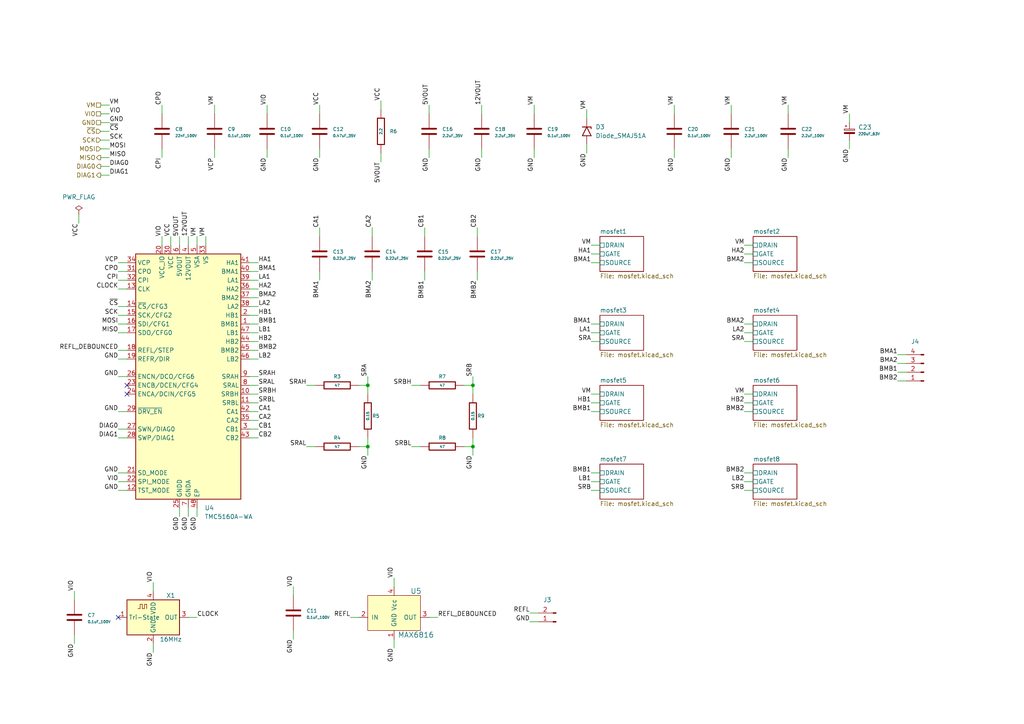
<source format=kicad_sch>
(kicad_sch (version 20230121) (generator eeschema)
  (paper "A4")
  (title_block (title "stepper-controller") (date "2024-04-16") (rev "1.0") (company "Howard Hughes Medical Institute"))
  (lib_symbols
    (symbol "Janelia:CP_220uF_63V_12.5x14.1MM" (pin_numbers hide) (pin_names (offset 0.254) hide)
      (property "Reference" "C" (at 0.254 1.778 0))
      (property "Value" "220uF_63V" (at 0 0 0))
      (symbol "CP_220uF_63V_12.5x14.1MM_0_1"
        (rectangle (start -1.524 -0.3048) (end 1.524 -0.6858) (fill (type outline)))
        (rectangle (start -1.524 0.6858) (end 1.524 0.3048))
        (polyline (pts (xy -1.27 1.524) (xy -0.762 1.524)))
        (polyline (pts (xy -1.016 1.27) (xy -1.016 1.778)))
      )
      (symbol "CP_220uF_63V_12.5x14.1MM_1_1"
        (pin passive line (at 0 2.54 270) (length 1.8542) (name "~") (number "1"))
        (pin passive line (at 0 -2.54 90) (length 1.8542) (name "~") (number "2"))
      )
    )
    (symbol "Janelia:C_0.1uF_100V_0402" (pin_numbers hide) (pin_names (offset 0.254))
      (property "Reference" "C" (at 0 2.54 0))
      (property "Value" "0.1uF_100V" (at 0 0 0))
      (symbol "C_0.1uF_100V_0402_0_1"
        (polyline (pts (xy -2.032 -0.762) (xy 2.032 -0.762)) (stroke (width 0.508)))
        (polyline (pts (xy -2.032 0.762) (xy 2.032 0.762)) (stroke (width 0.508)))
      )
      (symbol "C_0.1uF_100V_0402_1_1"
        (pin passive line (at 0 5.08 270) (length 4.318) (name "~") (number "1"))
        (pin passive line (at 0 -5.08 90) (length 4.318) (name "~") (number "2"))
      )
    )
    (symbol "Janelia:C_0.22uF_25V_0402" (pin_numbers hide) (pin_names (offset 0.254))
      (property "Reference" "C" (at 0 2.54 0))
      (property "Value" "0.22uF_25V" (at 0 0 0))
      (symbol "C_0.22uF_25V_0402_0_1"
        (polyline (pts (xy -2.032 -0.762) (xy 2.032 -0.762)) (stroke (width 0.508)))
        (polyline (pts (xy -2.032 0.762) (xy 2.032 0.762)) (stroke (width 0.508)))
      )
      (symbol "C_0.22uF_25V_0402_1_1"
        (pin passive line (at 0 5.08 270) (length 4.318) (name "~") (number "1"))
        (pin passive line (at 0 -5.08 90) (length 4.318) (name "~") (number "2"))
      )
    )
    (symbol "Janelia:C_0.47uF_35V_0402" (pin_numbers hide) (pin_names (offset 0.254))
      (property "Reference" "C" (at 0 2.54 0))
      (property "Value" "0.47uF_35V" (at 0 0 0))
      (symbol "C_0.47uF_35V_0402_0_1"
        (polyline (pts (xy -2.032 -0.762) (xy 2.032 -0.762)) (stroke (width 0.508)))
        (polyline (pts (xy -2.032 0.762) (xy 2.032 0.762)) (stroke (width 0.508)))
      )
      (symbol "C_0.47uF_35V_0402_1_1"
        (pin passive line (at 0 5.08 270) (length 4.318) (name "~") (number "1"))
        (pin passive line (at 0 -5.08 90) (length 4.318) (name "~") (number "2"))
      )
    )
    (symbol "Janelia:C_2.2uF_100V_0805" (pin_numbers hide) (pin_names (offset 0.254))
      (property "Reference" "C" (at 0 2.54 0))
      (property "Value" "2.2uF_100V" (at 0 0 0))
      (symbol "C_2.2uF_100V_0805_0_1"
        (polyline (pts (xy -2.032 -0.762) (xy 2.032 -0.762)) (stroke (width 0.508)))
        (polyline (pts (xy -2.032 0.762) (xy 2.032 0.762)) (stroke (width 0.508)))
      )
      (symbol "C_2.2uF_100V_0805_1_1"
        (pin passive line (at 0 5.08 270) (length 4.318) (name "~") (number "1"))
        (pin passive line (at 0 -5.08 90) (length 4.318) (name "~") (number "2"))
      )
    )
    (symbol "Janelia:C_2.2uF_35V_0402" (pin_numbers hide) (pin_names (offset 0.254))
      (property "Reference" "C" (at 0 2.54 0))
      (property "Value" "2.2uF_35V" (at 0 0 0))
      (symbol "C_2.2uF_35V_0402_0_1"
        (polyline (pts (xy -2.032 -0.762) (xy 2.032 -0.762)) (stroke (width 0.508)))
        (polyline (pts (xy -2.032 0.762) (xy 2.032 0.762)) (stroke (width 0.508)))
      )
      (symbol "C_2.2uF_35V_0402_1_1"
        (pin passive line (at 0 5.08 270) (length 4.318) (name "~") (number "1"))
        (pin passive line (at 0 -5.08 90) (length 4.318) (name "~") (number "2"))
      )
    )
    (symbol "Janelia:C_22nF_100V_0603" (pin_numbers hide) (pin_names (offset 0.254))
      (property "Reference" "C" (at 0 2.54 0))
      (property "Value" "22nF_100V" (at 0 0 0))
      (symbol "C_22nF_100V_0603_0_1"
        (polyline (pts (xy -2.032 -0.762) (xy 2.032 -0.762)) (stroke (width 0.508)))
        (polyline (pts (xy -2.032 0.762) (xy 2.032 0.762)) (stroke (width 0.508)))
      )
      (symbol "C_22nF_100V_0603_1_1"
        (pin passive line (at 0 5.08 270) (length 4.318) (name "~") (number "1"))
        (pin passive line (at 0 -5.08 90) (length 4.318) (name "~") (number "2"))
      )
    )
    (symbol "Janelia:Conn_01x02_P1MM_Molex_Pico-Clasp-501330_Horizontal" (pin_names (offset 1.016) hide)
      (property "Reference" "J" (at 2.54 2.54 0))
      (property "Value" "Conn_01x02_P1.5MM_Molex_Pico-SPOX_Horizontal" (at -1.27 -1.27 90))
      (symbol "Conn_01x02_P1MM_Molex_Pico-Clasp-501330_Horizontal_1_1"
        (polyline (pts (xy 1.27 -2.54) (xy 0.8636 -2.54)) (stroke (width 0.1524)))
        (polyline (pts (xy 1.27 0) (xy 0.8636 0)) (stroke (width 0.1524)))
        (rectangle (start 0.8636 -2.413) (end 0 -2.667) (stroke (width 0.1524)) (fill (type outline)))
        (rectangle (start 0.8636 0.127) (end 0 -0.127) (stroke (width 0.1524)) (fill (type outline)))
        (pin passive line (at 5.08 0 180) (length 3.81) (name "Pin_1") (number "1"))
        (pin passive line (at 5.08 -2.54 180) (length 3.81) (name "Pin_2") (number "2"))
      )
    )
    (symbol "Janelia:Conn_01x04_P1.5MM_Molex_Pico-SPOX-87438_Horizontal" (pin_names (offset 1.016) hide)
      (property "Reference" "J" (at 2.54 6.35 0))
      (property "Value" "Conn_01x04_P1.5MM_Molex_Pico-SPOX-87438_Horizontal" (at -1.27 -1.27 90))
      (symbol "Conn_01x04_P1.5MM_Molex_Pico-SPOX-87438_Horizontal_1_1"
        (polyline (pts (xy 1.27 -5.08) (xy 0.8636 -5.08)) (stroke (width 0.1524)))
        (polyline (pts (xy 1.27 -2.54) (xy 0.8636 -2.54)) (stroke (width 0.1524)))
        (polyline (pts (xy 1.27 0) (xy 0.8636 0)) (stroke (width 0.1524)))
        (polyline (pts (xy 1.27 2.54) (xy 0.8636 2.54)) (stroke (width 0.1524)))
        (rectangle (start 0.8636 -4.953) (end 0 -5.207) (stroke (width 0.1524)) (fill (type outline)))
        (rectangle (start 0.8636 -2.413) (end 0 -2.667) (stroke (width 0.1524)) (fill (type outline)))
        (rectangle (start 0.8636 0.127) (end 0 -0.127) (stroke (width 0.1524)) (fill (type outline)))
        (rectangle (start 0.8636 2.667) (end 0 2.413) (stroke (width 0.1524)) (fill (type outline)))
        (pin passive line (at 5.08 2.54 180) (length 3.81) (name "Pin_1") (number "1"))
        (pin passive line (at 5.08 0 180) (length 3.81) (name "Pin_2") (number "2"))
        (pin passive line (at 5.08 -2.54 180) (length 3.81) (name "Pin_3") (number "3"))
        (pin passive line (at 5.08 -5.08 180) (length 3.81) (name "Pin_4") (number "4"))
      )
    )
    (symbol "Janelia:Diode_SMAJ51A" (pin_numbers hide) (pin_names (offset 1.016) hide)
      (property "Reference" "D" (at 0 2.54 0))
      (property "Value" "Diode_SMAJ51A" (at 0 -2.54 0))
      (symbol "Diode_SMAJ51A_0_1"
        (polyline (pts (xy -0.762 1.27) (xy -1.27 1.27) (xy -1.27 -1.27)) (stroke (width 0.254)))
        (polyline (pts (xy 1.27 1.27) (xy 1.27 -1.27) (xy -1.27 0) (xy 1.27 1.27)) (stroke (width 0.254)))
      )
      (symbol "Diode_SMAJ51A_1_1"
        (pin passive line (at -3.81 0 0) (length 2.54) (name "A1") (number "1"))
        (pin passive line (at 3.81 0 180) (length 2.54) (name "A2") (number "2"))
      )
    )
    (symbol "Janelia:MAX6816" (pin_names (offset 1.016))
      (property "Reference" "U" (at 5.08 -6.35 0))
      (property "Value" "MAX6816" (at 5.08 6.35 0))
      (symbol "MAX6816_1_1"
        (rectangle (start -7.62 5.08) (end 7.62 -5.08) (fill (type background)))
        (pin power_in line (at 0 -7.62 90) (length 2.54) (name "GND") (number "1"))
        (pin passive line (at -10.16 -1.27 0) (length 2.54) (name "IN") (number "2"))
        (pin output line (at 10.16 -1.27 180) (length 2.54) (name "OUT") (number "3"))
        (pin power_in line (at 0 7.62 270) (length 2.54) (name "Vcc") (number "4"))
      )
    )
    (symbol "Janelia:Oscillator_16MHz_ECS-2520S33"
      (property "Reference" "X" (at -5.08 6.35 0))
      (property "Value" "16MHz" (at 1.27 -6.35 0))
      (symbol "Oscillator_16MHz_ECS-2520S33_0_1"
        (rectangle (start -7.62 5.08) (end 7.62 -5.08) (stroke (width 0.254)) (fill (type background)))
        (polyline (pts (xy -4.445 2.54) (xy -3.81 2.54) (xy -3.81 3.81) (xy -3.175 3.81) (xy -3.175 2.54) (xy -2.54 2.54) (xy -2.54 3.81) (xy -1.905 3.81) (xy -1.905 2.54)))
      )
      (symbol "Oscillator_16MHz_ECS-2520S33_1_1"
        (pin input line (at -10.16 0 0) (length 2.54) (name "Tri-State") (number "1"))
        (pin power_in line (at 0 -7.62 90) (length 2.54) (name "GND") (number "2"))
        (pin output line (at 10.16 0 180) (length 2.54) (name "OUT") (number "3"))
        (pin power_in line (at 0 7.62 270) (length 2.54) (name "VDD") (number "4"))
      )
    )
    (symbol "Janelia:R_0.15_1W_1206_CS" (pin_numbers hide) (pin_names (offset 0))
      (property "Reference" "R" (at 2.032 0 90))
      (property "Value" "0.15" (at 0 0 90))
      (symbol "R_0.15_1W_1206_CS_0_1"
        (rectangle (start -1.016 3.81) (end 1.016 -3.81) (stroke (width 0.3048)))
      )
      (symbol "R_0.15_1W_1206_CS_1_1"
        (pin passive line (at 0 6.35 270) (length 2.54) (name "~") (number "1"))
        (pin passive line (at 0 -6.35 90) (length 2.54) (name "~") (number "2"))
      )
    )
    (symbol "Janelia:R_2.2_0402" (pin_numbers hide) (pin_names (offset 0))
      (property "Reference" "R" (at 2.032 0 90))
      (property "Value" "2.2" (at 0 0 90))
      (symbol "R_2.2_0402_0_1"
        (rectangle (start -1.016 3.81) (end 1.016 -3.81) (stroke (width 0.3048)))
      )
      (symbol "R_2.2_0402_1_1"
        (pin passive line (at 0 6.35 270) (length 2.54) (name "~") (number "1"))
        (pin passive line (at 0 -6.35 90) (length 2.54) (name "~") (number "2"))
      )
    )
    (symbol "Janelia:R_47_0.063W_0402" (pin_numbers hide) (pin_names (offset 0))
      (property "Reference" "R" (at 2.032 0 90))
      (property "Value" "47" (at 0 0 90))
      (symbol "R_47_0.063W_0402_0_1"
        (rectangle (start -1.016 3.81) (end 1.016 -3.81) (stroke (width 0.3048)))
      )
      (symbol "R_47_0.063W_0402_1_1"
        (pin passive line (at 0 6.35 270) (length 2.54) (name "~") (number "1"))
        (pin passive line (at 0 -6.35 90) (length 2.54) (name "~") (number "2"))
      )
    )
    (symbol "Janelia:TMC5160A-WA"
      (property "Reference" "U" (at -11.43 38.1 0))
      (property "Value" "TMC5160A-WA" (at 10.16 38.1 0))
      (symbol "TMC5160A-WA_1_0"
        (rectangle (start -15.24 -35.56) (end 15.24 35.56) (stroke (width 0.254)) (fill (type background)))
      )
      (symbol "TMC5160A-WA_1_1"
        (pin passive line (at 17.78 15.24 180) (length 2.54) (name "BMB1") (number "1"))
        (pin passive line (at 17.78 -5.08 180) (length 2.54) (name "SRBH") (number "10"))
        (pin passive line (at 17.78 -7.62 180) (length 2.54) (name "SRBL") (number "11"))
        (pin input line (at -17.78 -33.02 0) (length 2.54) (name "TST_MODE") (number "12"))
        (pin input line (at -17.78 25.4 0) (length 2.54) (name "CLK") (number "13"))
        (pin input line (at -17.78 20.32 0) (length 2.54) (name "~{CS}/CFG3") (number "14"))
        (pin input line (at -17.78 17.78 0) (length 2.54) (name "SCK/CFG2") (number "15"))
        (pin input line (at -17.78 15.24 0) (length 2.54) (name "SDI/CFG1") (number "16"))
        (pin bidirectional line (at -17.78 12.7 0) (length 2.54) (name "SDO/CFG0") (number "17"))
        (pin input line (at -17.78 7.62 0) (length 2.54) (name "REFL/STEP") (number "18"))
        (pin input line (at -17.78 5.08 0) (length 2.54) (name "REFR/DIR") (number "19"))
        (pin output line (at 17.78 17.78 180) (length 2.54) (name "HB1") (number "2"))
        (pin power_in line (at -7.62 38.1 270) (length 2.54) (name "VCC_IO") (number "20"))
        (pin input line (at -17.78 -27.94 0) (length 2.54) (name "SD_MODE") (number "21"))
        (pin input line (at -17.78 -30.48 0) (length 2.54) (name "SPI_MODE") (number "22"))
        (pin input line (at -17.78 -2.54 0) (length 2.54) (name "ENCB/DCEN/CFG4") (number "23"))
        (pin input line (at -17.78 -5.08 0) (length 2.54) (name "ENCA/DCIN/CFG5") (number "24"))
        (pin power_in line (at -2.54 -38.1 90) (length 2.54) (name "GNDD") (number "25"))
        (pin bidirectional line (at -17.78 0 0) (length 2.54) (name "ENCN/DCO/CFG6") (number "26"))
        (pin bidirectional line (at -17.78 -15.24 0) (length 2.54) (name "SWN/DIAG0") (number "27"))
        (pin bidirectional line (at -17.78 -17.78 0) (length 2.54) (name "SWP/DIAG1") (number "28"))
        (pin input line (at -17.78 -10.16 0) (length 2.54) (name "~{DRV_EN}") (number "29"))
        (pin passive line (at 17.78 -15.24 180) (length 2.54) (name "CB1") (number "3"))
        (pin power_in line (at -5.08 38.1 270) (length 2.54) (name "VCC") (number "30"))
        (pin passive line (at -17.78 30.48 0) (length 2.54) (name "CPO") (number "31"))
        (pin passive line (at -17.78 27.94 0) (length 2.54) (name "CPI") (number "32"))
        (pin power_in line (at 5.08 38.1 270) (length 2.54) (name "VS") (number "33"))
        (pin passive line (at -17.78 33.02 0) (length 2.54) (name "VCP") (number "34"))
        (pin passive line (at 17.78 -12.7 180) (length 2.54) (name "CA2") (number "35"))
        (pin output line (at 17.78 25.4 180) (length 2.54) (name "HA2") (number "36"))
        (pin passive line (at 17.78 22.86 180) (length 2.54) (name "BMA2") (number "37"))
        (pin output line (at 17.78 20.32 180) (length 2.54) (name "LA2") (number "38"))
        (pin output line (at 17.78 27.94 180) (length 2.54) (name "LA1") (number "39"))
        (pin power_out line (at 0 38.1 270) (length 2.54) (name "12VOUT") (number "4"))
        (pin passive line (at 17.78 30.48 180) (length 2.54) (name "BMA1") (number "40"))
        (pin output line (at 17.78 33.02 180) (length 2.54) (name "HA1") (number "41"))
        (pin passive line (at 17.78 -10.16 180) (length 2.54) (name "CA1") (number "42"))
        (pin passive line (at 17.78 -17.78 180) (length 2.54) (name "CB2") (number "43"))
        (pin output line (at 17.78 10.16 180) (length 2.54) (name "HB2") (number "44"))
        (pin passive line (at 17.78 7.62 180) (length 2.54) (name "BMB2") (number "45"))
        (pin output line (at 17.78 5.08 180) (length 2.54) (name "LB2") (number "46"))
        (pin output line (at 17.78 12.7 180) (length 2.54) (name "LB1") (number "47"))
        (pin power_in line (at 2.54 -38.1 90) (length 2.54) (name "EP") (number "48"))
        (pin power_in line (at 2.54 38.1 270) (length 2.54) (name "VSA") (number "5"))
        (pin power_out line (at -2.54 38.1 270) (length 2.54) (name "5VOUT") (number "6"))
        (pin power_in line (at 0 -38.1 90) (length 2.54) (name "GNDA") (number "7"))
        (pin passive line (at 17.78 -2.54 180) (length 2.54) (name "SRAL") (number "8"))
        (pin passive line (at 17.78 0 180) (length 2.54) (name "SRAH") (number "9"))
      )
    )
    (symbol "power:PWR_FLAG" (power) (pin_numbers hide) (pin_names (offset 0) hide)
      (property "Value" "PWR_FLAG" (at 0 3.81 0))
      (symbol "PWR_FLAG_0_0"
        (pin power_out line (at 0 0 90) (length 0) (name "pwr") (number "1"))
      )
      (symbol "PWR_FLAG_0_1"
        (polyline (pts (xy 0 0) (xy 0 1.27) (xy -1.016 1.905) (xy 0 2.54) (xy 1.016 1.905) (xy 0 1.27)))
      )
    )
  )
  (junction (at 106.68 111.76))
  (junction (at 137.16 129.54))
  (junction (at 137.16 111.76))
  (junction (at 106.68 129.54))
  (no_connect (at 36.83 114.3))
  (no_connect (at 34.29 179.07))
  (no_connect (at 36.83 111.76))
  (wire (pts (xy 171.45 114.3) (xy 173.99 114.3)))
  (wire (pts (xy 104.14 179.07) (xy 101.6 179.07)))
  (wire (pts (xy 72.39 93.98) (xy 74.93 93.98)))
  (wire (pts (xy 85.09 172.72) (xy 85.09 170.18)))
  (wire (pts (xy 215.9 76.2) (xy 218.44 76.2)))
  (wire (pts (xy 59.69 71.12) (xy 59.69 68.58)))
  (wire (pts (xy 106.68 114.3) (xy 106.68 111.76)))
  (wire (pts (xy 215.9 116.84) (xy 218.44 116.84)))
  (wire (pts (xy 72.39 88.9) (xy 74.93 88.9)))
  (wire (pts (xy 72.39 114.3) (xy 74.93 114.3)))
  (wire (pts (xy 212.09 33.02) (xy 212.09 30.48)))
  (wire (pts (xy 54.61 147.32) (xy 54.61 149.86)))
  (wire (pts (xy 171.45 142.24) (xy 173.99 142.24)))
  (wire (pts (xy 171.45 116.84) (xy 173.99 116.84)))
  (wire (pts (xy 62.23 33.02) (xy 62.23 30.48)))
  (wire (pts (xy 29.21 35.56) (xy 31.75 35.56)))
  (wire (pts (xy 72.39 81.28) (xy 74.93 81.28)))
  (wire (pts (xy 171.45 99.06) (xy 173.99 99.06)))
  (wire (pts (xy 171.45 93.98) (xy 173.99 93.98)))
  (wire (pts (xy 156.21 177.8) (xy 153.67 177.8)))
  (wire (pts (xy 29.21 50.8) (xy 31.75 50.8)))
  (wire (pts (xy 36.83 109.22) (xy 34.29 109.22)))
  (wire (pts (xy 228.6 43.18) (xy 228.6 45.72)))
  (wire (pts (xy 215.9 119.38) (xy 218.44 119.38)))
  (wire (pts (xy 106.68 129.54) (xy 106.68 132.08)))
  (wire (pts (xy 77.47 33.02) (xy 77.47 30.48)))
  (wire (pts (xy 260.35 105.41) (xy 262.89 105.41)))
  (wire (pts (xy 22.86 62.23) (xy 22.86 64.77)))
  (wire (pts (xy 171.45 76.2) (xy 173.99 76.2)))
  (wire (pts (xy 139.7 43.18) (xy 139.7 45.72)))
  (wire (pts (xy 29.21 48.26) (xy 31.75 48.26)))
  (wire (pts (xy 72.39 76.2) (xy 74.93 76.2)))
  (wire (pts (xy 72.39 109.22) (xy 74.93 109.22)))
  (wire (pts (xy 134.62 129.54) (xy 137.16 129.54)))
  (wire (pts (xy 104.14 111.76) (xy 106.68 111.76)))
  (wire (pts (xy 124.46 33.02) (xy 124.46 30.48)))
  (wire (pts (xy 29.21 43.18) (xy 31.75 43.18)))
  (wire (pts (xy 36.83 81.28) (xy 34.29 81.28)))
  (wire (pts (xy 215.9 99.06) (xy 218.44 99.06)))
  (wire (pts (xy 52.07 147.32) (xy 52.07 149.86)))
  (wire (pts (xy 36.83 83.82) (xy 34.29 83.82)))
  (wire (pts (xy 124.46 43.18) (xy 124.46 45.72)))
  (wire (pts (xy 156.21 180.34) (xy 153.67 180.34)))
  (wire (pts (xy 171.45 71.12) (xy 173.99 71.12)))
  (wire (pts (xy 114.3 185.42) (xy 114.3 187.96)))
  (wire (pts (xy 46.99 71.12) (xy 46.99 68.58)))
  (wire (pts (xy 137.16 114.3) (xy 137.16 111.76)))
  (wire (pts (xy 54.61 71.12) (xy 54.61 68.58)))
  (wire (pts (xy 36.83 142.24) (xy 34.29 142.24)))
  (wire (pts (xy 29.21 38.1) (xy 31.75 38.1)))
  (wire (pts (xy 72.39 91.44) (xy 74.93 91.44)))
  (wire (pts (xy 170.18 34.29) (xy 170.18 31.75)))
  (wire (pts (xy 44.45 171.45) (xy 44.45 168.91)))
  (wire (pts (xy 137.16 129.54) (xy 137.16 132.08)))
  (wire (pts (xy 171.45 96.52) (xy 173.99 96.52)))
  (wire (pts (xy 36.83 104.14) (xy 34.29 104.14)))
  (wire (pts (xy 36.83 137.16) (xy 34.29 137.16)))
  (wire (pts (xy 106.68 111.76) (xy 106.68 109.22)))
  (wire (pts (xy 137.16 127) (xy 137.16 129.54)))
  (wire (pts (xy 72.39 101.6) (xy 74.93 101.6)))
  (wire (pts (xy 72.39 121.92) (xy 74.93 121.92)))
  (wire (pts (xy 72.39 111.76) (xy 74.93 111.76)))
  (wire (pts (xy 215.9 139.7) (xy 218.44 139.7)))
  (wire (pts (xy 134.62 111.76) (xy 137.16 111.76)))
  (wire (pts (xy 106.68 127) (xy 106.68 129.54)))
  (wire (pts (xy 72.39 78.74) (xy 74.93 78.74)))
  (wire (pts (xy 54.61 179.07) (xy 57.15 179.07)))
  (wire (pts (xy 21.59 173.99) (xy 21.59 171.45)))
  (wire (pts (xy 44.45 186.69) (xy 44.45 189.23)))
  (wire (pts (xy 46.99 33.02) (xy 46.99 30.48)))
  (wire (pts (xy 85.09 182.88) (xy 85.09 185.42)))
  (wire (pts (xy 36.83 124.46) (xy 34.29 124.46)))
  (wire (pts (xy 107.95 68.58) (xy 107.95 66.04)))
  (wire (pts (xy 215.9 96.52) (xy 218.44 96.52)))
  (wire (pts (xy 36.83 119.38) (xy 34.29 119.38)))
  (wire (pts (xy 137.16 111.76) (xy 137.16 109.22)))
  (wire (pts (xy 72.39 127) (xy 74.93 127)))
  (wire (pts (xy 195.58 33.02) (xy 195.58 30.48)))
  (wire (pts (xy 72.39 119.38) (xy 74.93 119.38)))
  (wire (pts (xy 36.83 76.2) (xy 34.29 76.2)))
  (wire (pts (xy 29.21 45.72) (xy 31.75 45.72)))
  (wire (pts (xy 246.38 40.64) (xy 246.38 43.18)))
  (wire (pts (xy 46.99 43.18) (xy 46.99 45.72)))
  (wire (pts (xy 195.58 43.18) (xy 195.58 45.72)))
  (wire (pts (xy 91.44 111.76) (xy 88.9 111.76)))
  (wire (pts (xy 72.39 124.46) (xy 74.93 124.46)))
  (wire (pts (xy 215.9 71.12) (xy 218.44 71.12)))
  (wire (pts (xy 171.45 73.66) (xy 173.99 73.66)))
  (wire (pts (xy 171.45 137.16) (xy 173.99 137.16)))
  (wire (pts (xy 57.15 71.12) (xy 57.15 68.58)))
  (wire (pts (xy 57.15 147.32) (xy 57.15 149.86)))
  (wire (pts (xy 36.83 93.98) (xy 34.29 93.98)))
  (wire (pts (xy 123.19 68.58) (xy 123.19 66.04)))
  (wire (pts (xy 121.92 111.76) (xy 119.38 111.76)))
  (wire (pts (xy 124.46 179.07) (xy 127 179.07)))
  (wire (pts (xy 29.21 30.48) (xy 31.75 30.48)))
  (wire (pts (xy 212.09 43.18) (xy 212.09 45.72)))
  (wire (pts (xy 215.9 73.66) (xy 218.44 73.66)))
  (wire (pts (xy 110.49 31.75) (xy 110.49 29.21)))
  (wire (pts (xy 123.19 81.28) (xy 123.19 78.74)))
  (wire (pts (xy 138.43 81.28) (xy 138.43 78.74)))
  (wire (pts (xy 110.49 44.45) (xy 110.49 46.99)))
  (wire (pts (xy 104.14 129.54) (xy 106.68 129.54)))
  (wire (pts (xy 215.9 114.3) (xy 218.44 114.3)))
  (wire (pts (xy 170.18 41.91) (xy 170.18 44.45)))
  (wire (pts (xy 36.83 101.6) (xy 34.29 101.6)))
  (wire (pts (xy 36.83 91.44) (xy 34.29 91.44)))
  (wire (pts (xy 246.38 35.56) (xy 246.38 33.02)))
  (wire (pts (xy 139.7 33.02) (xy 139.7 30.48)))
  (wire (pts (xy 36.83 78.74) (xy 34.29 78.74)))
  (wire (pts (xy 72.39 104.14) (xy 74.93 104.14)))
  (wire (pts (xy 21.59 184.15) (xy 21.59 186.69)))
  (wire (pts (xy 36.83 88.9) (xy 34.29 88.9)))
  (wire (pts (xy 72.39 83.82) (xy 74.93 83.82)))
  (wire (pts (xy 72.39 99.06) (xy 74.93 99.06)))
  (wire (pts (xy 36.83 139.7) (xy 34.29 139.7)))
  (wire (pts (xy 260.35 102.87) (xy 262.89 102.87)))
  (wire (pts (xy 154.94 33.02) (xy 154.94 30.48)))
  (wire (pts (xy 36.83 96.52) (xy 34.29 96.52)))
  (wire (pts (xy 154.94 43.18) (xy 154.94 45.72)))
  (wire (pts (xy 114.3 170.18) (xy 114.3 167.64)))
  (wire (pts (xy 62.23 43.18) (xy 62.23 45.72)))
  (wire (pts (xy 77.47 43.18) (xy 77.47 45.72)))
  (wire (pts (xy 72.39 86.36) (xy 74.93 86.36)))
  (wire (pts (xy 121.92 129.54) (xy 119.38 129.54)))
  (wire (pts (xy 92.71 43.18) (xy 92.71 45.72)))
  (wire (pts (xy 92.71 33.02) (xy 92.71 30.48)))
  (wire (pts (xy 29.21 40.64) (xy 31.75 40.64)))
  (wire (pts (xy 260.35 110.49) (xy 262.89 110.49)))
  (wire (pts (xy 92.71 81.28) (xy 92.71 78.74)))
  (wire (pts (xy 52.07 71.12) (xy 52.07 68.58)))
  (wire (pts (xy 228.6 33.02) (xy 228.6 30.48)))
  (wire (pts (xy 29.21 33.02) (xy 31.75 33.02)))
  (wire (pts (xy 49.53 71.12) (xy 49.53 68.58)))
  (wire (pts (xy 72.39 96.52) (xy 74.93 96.52)))
  (wire (pts (xy 107.95 81.28) (xy 107.95 78.74)))
  (wire (pts (xy 138.43 68.58) (xy 138.43 66.04)))
  (wire (pts (xy 171.45 139.7) (xy 173.99 139.7)))
  (wire (pts (xy 215.9 93.98) (xy 218.44 93.98)))
  (wire (pts (xy 92.71 68.58) (xy 92.71 66.04)))
  (wire (pts (xy 215.9 142.24) (xy 218.44 142.24)))
  (wire (pts (xy 91.44 129.54) (xy 88.9 129.54)))
  (wire (pts (xy 215.9 137.16) (xy 218.44 137.16)))
  (wire (pts (xy 260.35 107.95) (xy 262.89 107.95)))
  (wire (pts (xy 72.39 116.84) (xy 74.93 116.84)))
  (wire (pts (xy 171.45 119.38) (xy 173.99 119.38)))
  (wire (pts (xy 36.83 127) (xy 34.29 127)))
  (label "VIO" (at 44.45 168.91 90))
  (label "SRBL" (at 119.38 129.54 180))
  (label "BMB1" (at 123.19 81.28 270))
  (label "HB2" (at 215.9 116.84 180))
  (label "SCK" (at 34.29 91.44 180))
  (label "VM" (at 59.69 68.58 90))
  (label "VIO" (at 21.59 171.45 90))
  (label "SRAH" (at 88.9 111.76 180))
  (label "GND" (at 246.38 43.18 270))
  (label "BMA1" (at 92.71 81.28 270))
  (label "GND" (at 34.29 104.14 180))
  (label "GND" (at 34.29 137.16 180))
  (label "CB2" (at 138.43 66.04 90))
  (label "BMA2" (at 74.93 86.36 0))
  (label "BMA1" (at 260.35 102.87 180))
  (label "VCC" (at 92.71 30.48 90))
  (label "VM" (at 170.18 31.75 90))
  (label "SRB" (at 215.9 142.24 180))
  (label "CB1" (at 123.19 66.04 90))
  (label "SRA" (at 215.9 99.06 180))
  (label "VIO" (at 31.75 33.02 0))
  (label "VCC" (at 110.49 29.21 90))
  (label "SRBH" (at 74.93 114.3 0))
  (label "VM" (at 246.38 33.02 90))
  (label "BMB1" (at 171.45 119.38 180))
  (label "LA1" (at 171.45 96.52 180))
  (label "VIO" (at 85.09 170.18 90))
  (label "CB1" (at 74.93 124.46 0))
  (label "GND" (at 34.29 142.24 180))
  (label "GND" (at 212.09 45.72 270))
  (label "GND" (at 170.18 44.45 270))
  (label "BMB1" (at 171.45 137.16 180))
  (label "GND" (at 228.6 45.72 270))
  (label "VIO" (at 114.3 167.64 90))
  (label "GND" (at 137.16 132.08 270))
  (label "MOSI" (at 34.29 93.98 180))
  (label "BMA2" (at 107.95 81.28 270))
  (label "VM" (at 171.45 71.12 180))
  (label "DIAG1" (at 34.29 127 180))
  (label "BMA1" (at 171.45 93.98 180))
  (label "GND" (at 34.29 119.38 180))
  (label "LB2" (at 74.93 104.14 0))
  (label "MISO" (at 34.29 96.52 180))
  (label "LB1" (at 74.93 96.52 0))
  (label "VM" (at 57.15 68.58 90))
  (label "LA2" (at 215.9 96.52 180))
  (label "~{CS}" (at 34.29 88.9 180))
  (label "VM" (at 171.45 114.3 180))
  (label "REFL_DEBOUNCED" (at 34.29 101.6 180))
  (label "5VOUT" (at 110.49 46.99 270))
  (label "BMA1" (at 171.45 76.2 180))
  (label "GND" (at 34.29 109.22 180))
  (label "CA2" (at 107.95 66.04 90))
  (label "GND" (at 106.68 132.08 270))
  (label "MISO" (at 31.75 45.72 0))
  (label "CPI" (at 46.99 45.72 270))
  (label "BMB2" (at 138.43 81.28 270))
  (label "GND" (at 85.09 185.42 270))
  (label "VM" (at 31.75 30.48 0))
  (label "GND" (at 139.7 45.72 270))
  (label "SRBL" (at 74.93 116.84 0))
  (label "GND" (at 54.61 149.86 270))
  (label "GND" (at 154.94 45.72 270))
  (label "SRAL" (at 74.93 111.76 0))
  (label "12VOUT" (at 139.7 30.48 90))
  (label "MOSI" (at 31.75 43.18 0))
  (label "BMA2" (at 260.35 105.41 180))
  (label "SRAH" (at 74.93 109.22 0))
  (label "HA1" (at 171.45 73.66 180))
  (label "GND" (at 195.58 45.72 270))
  (label "GND" (at 124.46 45.72 270))
  (label "BMB1" (at 260.35 107.95 180))
  (label "REFL_DEBOUNCED" (at 127 179.07 0))
  (label "DIAG1" (at 31.75 50.8 0))
  (label "VM" (at 215.9 114.3 180))
  (label "CA2" (at 74.93 121.92 0))
  (label "SRA" (at 171.45 99.06 180))
  (label "DIAG0" (at 34.29 124.46 180))
  (label "GND" (at 114.3 187.96 270))
  (label "SRB" (at 137.16 109.22 90))
  (label "HB2" (at 74.93 99.06 0))
  (label "GND" (at 21.59 186.69 270))
  (label "GND" (at 44.45 189.23 270))
  (label "DIAG0" (at 31.75 48.26 0))
  (label "VIO" (at 77.47 30.48 90))
  (label "LB1" (at 171.45 139.7 180))
  (label "HB1" (at 74.93 91.44 0))
  (label "BMB1" (at 74.93 93.98 0))
  (label "BMB2" (at 74.93 101.6 0))
  (label "GND" (at 153.67 180.34 180))
  (label "VCC" (at 49.53 68.58 90))
  (label "VM" (at 195.58 30.48 90))
  (label "VM" (at 228.6 30.48 90))
  (label "VM" (at 62.23 30.48 90))
  (label "VIO" (at 34.29 139.7 180))
  (label "CPO" (at 46.99 30.48 90))
  (label "~{CS}" (at 31.75 38.1 0))
  (label "VCC" (at 22.86 64.77 270))
  (label "CA1" (at 74.93 119.38 0))
  (label "VM" (at 212.09 30.48 90))
  (label "BMA2" (at 215.9 93.98 180))
  (label "GND" (at 57.15 149.86 270))
  (label "BMB2" (at 215.9 137.16 180))
  (label "BMA2" (at 215.9 76.2 180))
  (label "GND" (at 31.75 35.56 0))
  (label "REFL" (at 101.6 179.07 180))
  (label "BMA1" (at 74.93 78.74 0))
  (label "HA1" (at 74.93 76.2 0))
  (label "BMB2" (at 215.9 119.38 180))
  (label "SRB" (at 171.45 142.24 180))
  (label "LA1" (at 74.93 81.28 0))
  (label "SRAL" (at 88.9 129.54 180))
  (label "SCK" (at 31.75 40.64 0))
  (label "CA1" (at 92.71 66.04 90))
  (label "CPO" (at 34.29 78.74 180))
  (label "12VOUT" (at 54.61 68.58 90))
  (label "GND" (at 77.47 45.72 270))
  (label "VM" (at 215.9 71.12 180))
  (label "REFL" (at 153.67 177.8 180))
  (label "CB2" (at 74.93 127 0))
  (label "CLOCK" (at 34.29 83.82 180))
  (label "HB1" (at 171.45 116.84 180))
  (label "HA2" (at 74.93 83.82 0))
  (label "5VOUT" (at 52.07 68.58 90))
  (label "CLOCK" (at 57.15 179.07 0))
  (label "GND" (at 92.71 45.72 270))
  (label "VIO" (at 46.99 68.58 90))
  (label "VCP" (at 62.23 45.72 270))
  (label "BMB2" (at 260.35 110.49 180))
  (label "LB2" (at 215.9 139.7 180))
  (label "VCP" (at 34.29 76.2 180))
  (label "LA2" (at 74.93 88.9 0))
  (label "VM" (at 154.94 30.48 90))
  (label "GND" (at 52.07 149.86 270))
  (label "CPI" (at 34.29 81.28 180))
  (label "HA2" (at 215.9 73.66 180))
  (label "SRA" (at 106.68 109.22 90))
  (label "5VOUT" (at 124.46 30.48 90))
  (label "SRBH" (at 119.38 111.76 180))
  (hierarchical_label "DIAG0" (shape output) (at 29.21 48.26 180))
  (hierarchical_label "VIO" (shape passive) (at 29.21 33.02 180))
  (hierarchical_label "DIAG1" (shape output) (at 29.21 50.8 180))
  (hierarchical_label "VM" (shape passive) (at 29.21 30.48 180))
  (hierarchical_label "MISO" (shape output) (at 29.21 45.72 180))
  (hierarchical_label "MOSI" (shape input) (at 29.21 43.18 180))
  (hierarchical_label "GND" (shape passive) (at 29.21 35.56 180))
  (hierarchical_label "~{CS}" (shape input) (at 29.21 38.1 180))
  (hierarchical_label "SCK" (shape input) (at 29.21 40.64 180))
  (symbol (lib_id "Janelia:C_0.22uF_25V_0402") (at 123.19 73.66 0) (unit 1)
    (property "Reference" "C15" (at 127 73.025 0) (effects (font (size 1.016 1.016)) (justify left)))
    (property "Value" "0.22uF_25V" (at 127 74.9299 0) (effects (font (size 0.762 0.762)) (justify left)))
    (property "Footprint" "Janelia:C_0402_1005Metric" (effects hide))
    (property "Vendor" "Digi-Key" (effects hide))
    (property "Vendor Part Number" "490-12245-1-ND" (effects hide))
    (property "Description" "CAP CER 0.22UF 25V X6S" (effects hide))
    (property "Manufacturer" "Murata Electronics" (effects hide))
    (property "Manufacturer Part Number" "GRT155C81E224KE01D" (effects hide))
    (property "Package" "0402" (effects hide))
  )
  (symbol (lib_id "Janelia:R_47_0.063W_0402") (at 97.79 129.54 90) (unit 1)
    (property "Reference" "R4" (at 97.79 127 90) (effects (font (size 1.016 1.016))))
    (property "Value" "47" (at 97.79 129.54 90) (effects (font (size 0.762 0.762))))
    (property "Footprint" "Janelia:R_0402_1005Metric" (effects hide))
    (property "Vendor" "Digi-Key" (effects hide))
    (property "Vendor Part Number" "RMCF0402FT47R0CT-ND" (effects hide))
    (property "Description" "RES 47 OHM 1% 1/16W" (effects hide))
    (property "Package" "0402" (effects hide))
    (property "Manufacturer" "Stackpole Electronics Inc" (effects hide))
    (property "Manufacturer Part Number" "RMCF0402FT47R0" (effects hide))
  )
  (symbol (lib_id "Janelia:C_0.1uF_100V_0402") (at 154.94 38.1 0) (unit 1)
    (property "Reference" "C19" (at 158.75 37.465 0) (effects (font (size 1.016 1.016)) (justify left)))
    (property "Value" "0.1uF_100V" (at 158.75 39.3699 0) (effects (font (size 0.762 0.762)) (justify left)))
    (property "Footprint" "Janelia:C_0402_1005Metric" (effects hide))
    (property "Vendor" "Digi-Key" (effects hide))
    (property "Vendor Part Number" "490-10458-1-ND" (effects hide))
    (property "Description" "CAP CER 0.1UF 100V X5R" (effects hide))
    (property "Manufacturer" "Murata Electronics" (effects hide))
    (property "Manufacturer Part Number" "GRM155R62A104KE14D" (effects hide))
    (property "Package" "0402" (effects hide))
  )
  (symbol (lib_id "Janelia:CP_220uF_63V_12.5x14.1MM") (at 246.38 38.1 0) (unit 1)
    (property "Reference" "C23" (at 248.92 36.9189 0) (effects (justify left)))
    (property "Value" "220uF_63V" (at 248.92 38.8238 0) (effects (font (size 0.762 0.762)) (justify left)))
    (property "Footprint" "Janelia:CP_Elec_EEEFK1J221AV" (effects hide))
    (property "Vendor" "Digi-Key" (effects hide))
    (property "Vendor Part Number" "P124703CT-ND" (effects hide))
    (property "Description" "CAP ALUM 220UF 20% 63V SMD" (effects hide))
    (property "Manufacturer" "Panasonic Electronic Components" (effects hide))
    (property "Manufacturer Part Number" "EEE-FK1J221AV" (effects hide))
  )
  (symbol (lib_id "Janelia:C_0.22uF_25V_0402") (at 92.71 73.66 0) (unit 1)
    (property "Reference" "C13" (at 96.52 73.025 0) (effects (font (size 1.016 1.016)) (justify left)))
    (property "Value" "0.22uF_25V" (at 96.52 74.9299 0) (effects (font (size 0.762 0.762)) (justify left)))
    (property "Footprint" "Janelia:C_0402_1005Metric" (effects hide))
    (property "Vendor" "Digi-Key" (effects hide))
    (property "Vendor Part Number" "490-12245-1-ND" (effects hide))
    (property "Description" "CAP CER 0.22UF 25V X6S" (effects hide))
    (property "Manufacturer" "Murata Electronics" (effects hide))
    (property "Manufacturer Part Number" "GRT155C81E224KE01D" (effects hide))
    (property "Package" "0402" (effects hide))
  )
  (symbol (lib_id "Janelia:C_2.2uF_35V_0402") (at 124.46 38.1 0) (unit 1)
    (property "Reference" "C16" (at 128.27 37.465 0) (effects (font (size 1.016 1.016)) (justify left)))
    (property "Value" "2.2uF_35V" (at 128.27 39.3699 0) (effects (font (size 0.762 0.762)) (justify left)))
    (property "Footprint" "Janelia:C_0402_1005Metric" (effects hide))
    (property "Vendor" "Digi-Key" (effects hide))
    (property "Vendor Part Number" "445-9028-1-ND" (effects hide))
    (property "Description" "CAP CER 2.2UF 35V X5R" (effects hide))
    (property "Package" "0402" (effects hide))
    (property "Manufacturer" "TDK Corporation" (effects hide))
    (property "Manufacturer Part Number" "C1005X5R1V225K050BC" (effects hide))
  )
  (symbol (lib_id "Janelia:Conn_01x04_P1.5MM_Molex_Pico-SPOX-87438_Horizontal") (at 267.97 107.95 180) (unit 1)
    (property "Reference" "J4" (at 265.43 99.06 0))
    (property "Value" "Conn_01x04_P1.5MM_Molex_Pico-SPOX-87438_Horizontal" (effects hide))
    (property "Footprint" "Janelia:Molex_Pico-SPOX-87438_1x04-P1.5mm_Horizontal" (effects hide))
    (property "Description" "CONN HEADER SMD R/A 4POS 1.5MM" (effects hide))
    (property "Manufacturer" "Molex" (effects hide))
    (property "Manufacturer Part Number" "0874380443" (effects hide))
    (property "Vendor" "Digi-Key" (effects hide))
    (property "Vendor Part Number" "WM7648CT-ND" (effects hide))
  )
  (symbol (lib_id "Janelia:MAX6816") (at 114.3 177.8 0) (unit 1)
    (property "Reference" "U5" (at 120.65 171.45 0) (effects (font (size 1.524 1.524))))
    (property "Value" "MAX6816" (at 120.65 184.15 0) (effects (font (size 1.524 1.524))))
    (property "Footprint" "Janelia:SOT192P237X122-4N" (effects hide))
    (property "Description" "IC SWITCH DEBOUNCER" (effects hide))
    (property "Package" " SOT143-4" (effects hide))
    (property "Manufacturer" "Analog Devices Inc./Maxim Integrated" (effects hide))
    (property "Manufacturer Part Number" "MAX6816EUS+T" (effects hide))
    (property "Vendor" "Digi-Key" (effects hide))
    (property "Vendor Part Number" "MAX6816EUS+TCT-ND" (effects hide))
    (property "Sim.Enable" "0" (effects hide))
  )
  (symbol (lib_id "Janelia:C_0.1uF_100V_0402") (at 21.59 179.07 0) (unit 1)
    (property "Reference" "C7" (at 25.4 178.435 0) (effects (font (size 1.016 1.016)) (justify left)))
    (property "Value" "0.1uF_100V" (at 25.4 180.3399 0) (effects (font (size 0.762 0.762)) (justify left)))
    (property "Footprint" "Janelia:C_0402_1005Metric" (effects hide))
    (property "Vendor" "Digi-Key" (effects hide))
    (property "Vendor Part Number" "490-10458-1-ND" (effects hide))
    (property "Description" "CAP CER 0.1UF 100V X5R" (effects hide))
    (property "Manufacturer" "Murata Electronics" (effects hide))
    (property "Manufacturer Part Number" "GRM155R62A104KE14D" (effects hide))
    (property "Package" "0402" (effects hide))
  )
  (symbol (lib_id "Janelia:C_0.22uF_25V_0402") (at 107.95 73.66 0) (unit 1)
    (property "Reference" "C14" (at 111.76 73.025 0) (effects (font (size 1.016 1.016)) (justify left)))
    (property "Value" "0.22uF_25V" (at 111.76 74.9299 0) (effects (font (size 0.762 0.762)) (justify left)))
    (property "Footprint" "Janelia:C_0402_1005Metric" (effects hide))
    (property "Vendor" "Digi-Key" (effects hide))
    (property "Vendor Part Number" "490-12245-1-ND" (effects hide))
    (property "Description" "CAP CER 0.22UF 25V X6S" (effects hide))
    (property "Manufacturer" "Murata Electronics" (effects hide))
    (property "Manufacturer Part Number" "GRT155C81E224KE01D" (effects hide))
    (property "Package" "0402" (effects hide))
  )
  (symbol (lib_id "Janelia:C_0.1uF_100V_0402") (at 195.58 38.1 0) (unit 1)
    (property "Reference" "C20" (at 199.39 37.465 0) (effects (font (size 1.016 1.016)) (justify left)))
    (property "Value" "0.1uF_100V" (at 199.39 39.3699 0) (effects (font (size 0.762 0.762)) (justify left)))
    (property "Footprint" "Janelia:C_0402_1005Metric" (effects hide))
    (property "Vendor" "Digi-Key" (effects hide))
    (property "Vendor Part Number" "490-10458-1-ND" (effects hide))
    (property "Description" "CAP CER 0.1UF 100V X5R" (effects hide))
    (property "Manufacturer" "Murata Electronics" (effects hide))
    (property "Manufacturer Part Number" "GRM155R62A104KE14D" (effects hide))
    (property "Package" "0402" (effects hide))
  )
  (symbol (lib_id "Janelia:TMC5160A-WA") (at 54.61 109.22 0) (unit 1)
    (property "Reference" "U4" (at 59.3441 147.32 0) (effects (justify left)))
    (property "Value" "TMC5160A-WA" (at 59.3441 149.86 0) (effects (justify left)))
    (property "Footprint" "Janelia:21-100593_ADI" (effects hide))
    (property "Datasheet" "https://www.analog.com/media/en/technical-documentation/data-sheets/TMC5160A_datasheet_rev1.18.pdf" (effects hide))
    (property "Description" "IC MTR DRVR BIPOLAR 8-60V" (effects hide))
    (property "Package" "47-VFQFN Exposed Pad" (effects hide))
    (property "Manufacturer" "Analog Devices Inc." (effects hide))
    (property "Manufacturer Part Number" "TMC5160A-WA" (effects hide))
    (property "Vendor" "Digi-Key" (effects hide))
    (property "Vendor Part Number" "505-TMC5160A-WA-ND" (effects hide))
  )
  (symbol (lib_id "Janelia:C_22nF_100V_0603") (at 46.99 38.1 0) (unit 1)
    (property "Reference" "C8" (at 50.8 37.465 0) (effects (font (size 1.016 1.016)) (justify left)))
    (property "Value" "22nF_100V" (at 50.8 39.3699 0) (effects (font (size 0.762 0.762)) (justify left)))
    (property "Footprint" "Janelia:C_0603_1608Metric" (effects hide))
    (property "Vendor" "Digi-Key" (effects hide))
    (property "Vendor Part Number" "490-4782-1-ND" (effects hide))
    (property "Description" "CAP CER 0.022UF 100V X7R" (effects hide))
    (property "Manufacturer" "Murata Electronics" (effects hide))
    (property "Manufacturer Part Number" "GCM188R72A223KA37D" (effects hide))
    (property "Package" "0603" (effects hide))
  )
  (symbol (lib_id "Janelia:C_2.2uF_100V_0805") (at 228.6 38.1 0) (unit 1)
    (property "Reference" "C22" (at 232.41 37.465 0) (effects (font (size 1.016 1.016)) (justify left)))
    (property "Value" "2.2uF_100V" (at 232.41 39.3699 0) (effects (font (size 0.762 0.762)) (justify left)))
    (property "Footprint" "Janelia:C_0805_2012Metric" (effects hide))
    (property "Vendor" "Digi-Key" (effects hide))
    (property "Vendor Part Number" "490-GRM21BD72A225ME01KCT-ND" (effects hide))
    (property "Description" "CAP CER 2.2UF 100V X7T" (effects hide))
    (property "Package" "0805" (effects hide))
    (property "Manufacturer" "Murata Electronics" (effects hide))
    (property "Manufacturer Part Number" "GRM21BD72A225ME01K" (effects hide))
  )
  (symbol (lib_id "Janelia:R_47_0.063W_0402") (at 97.79 111.76 90) (unit 1)
    (property "Reference" "R3" (at 97.79 109.22 90) (effects (font (size 1.016 1.016))))
    (property "Value" "47" (at 97.79 111.76 90) (effects (font (size 0.762 0.762))))
    (property "Footprint" "Janelia:R_0402_1005Metric" (effects hide))
    (property "Vendor" "Digi-Key" (effects hide))
    (property "Vendor Part Number" "RMCF0402FT47R0CT-ND" (effects hide))
    (property "Description" "RES 47 OHM 1% 1/16W" (effects hide))
    (property "Package" "0402" (effects hide))
    (property "Manufacturer" "Stackpole Electronics Inc" (effects hide))
    (property "Manufacturer Part Number" "RMCF0402FT47R0" (effects hide))
  )
  (symbol (lib_id "Janelia:R_0.15_1W_1206_CS") (at 106.68 120.65 0) (unit 1)
    (property "Reference" "R5" (at 107.95 120.65 0) (effects (font (size 1.016 1.016)) (justify left)))
    (property "Value" "0.15" (at 106.68 120.65 90) (effects (font (size 0.762 0.762))))
    (property "Footprint" "Janelia:R_1206_3216Metric" (effects hide))
    (property "Vendor" "Digi-Key" (effects hide))
    (property "Vendor Part Number" "2037-VSRP1206S1-R150FCT-ND" (effects hide))
    (property "Description" "RES 0.15 OHM 1% 1W" (effects hide))
    (property "Package" "1206" (effects hide))
    (property "Manufacturer" "Delta Electronics/Cyntec" (effects hide))
    (property "Manufacturer Part Number" "VSRP1206S1-R150F" (effects hide))
  )
  (symbol (lib_id "power:PWR_FLAG") (at 22.86 62.23 0) (unit 1)
    (property "Reference" "#FLG03" (effects hide))
    (property "Value" "PWR_FLAG" (at 22.86 57.15 0))
  )
  (symbol (lib_id "Janelia:Oscillator_16MHz_ECS-2520S33") (at 44.45 179.07 0) (unit 1)
    (property "Reference" "X1" (at 49.53 172.72 0))
    (property "Value" "16MHz" (at 49.53 185.42 0))
    (property "Footprint" "Janelia:OSC_ECS-2520S33-160-FN-TR" (effects hide))
    (property "Description" "XTAL OSC XO 16.0000MHZ HCMOS SMD" (effects hide))
    (property "Manufacturer" "ECS Inc." (effects hide))
    (property "Manufacturer Part Number" "ECS-2520S33-160-FN-TR" (effects hide))
    (property "Vendor" "Digi-Key" (effects hide))
    (property "Vendor Part Number" "XC2195CT-ND" (effects hide))
  )
  (symbol (lib_id "Janelia:R_47_0.063W_0402") (at 128.27 111.76 90) (unit 1)
    (property "Reference" "R7" (at 128.27 109.22 90) (effects (font (size 1.016 1.016))))
    (property "Value" "47" (at 128.27 111.76 90) (effects (font (size 0.762 0.762))))
    (property "Footprint" "Janelia:R_0402_1005Metric" (effects hide))
    (property "Vendor" "Digi-Key" (effects hide))
    (property "Vendor Part Number" "RMCF0402FT47R0CT-ND" (effects hide))
    (property "Description" "RES 47 OHM 1% 1/16W" (effects hide))
    (property "Package" "0402" (effects hide))
    (property "Manufacturer" "Stackpole Electronics Inc" (effects hide))
    (property "Manufacturer Part Number" "RMCF0402FT47R0" (effects hide))
  )
  (symbol (lib_id "Janelia:C_0.47uF_35V_0402") (at 92.71 38.1 0) (unit 1)
    (property "Reference" "C12" (at 96.52 37.465 0) (effects (font (size 1.016 1.016)) (justify left)))
    (property "Value" "0.47uF_35V" (at 96.52 39.3699 0) (effects (font (size 0.762 0.762)) (justify left)))
    (property "Footprint" "Janelia:C_0402_1005Metric" (effects hide))
    (property "Vendor" "Digi-Key" (effects hide))
    (property "Vendor Part Number" "490-12273-1-ND" (effects hide))
    (property "Description" "CAP CER 0.47UF 35V X5R" (effects hide))
    (property "Package" "0402" (effects hide))
    (property "Manufacturer" "Murata Electronics" (effects hide))
    (property "Manufacturer Part Number" "GRT155R6YA474KE01D" (effects hide))
  )
  (symbol (lib_id "Janelia:Conn_01x02_P1MM_Molex_Pico-Clasp-501330_Horizontal") (at 161.29 180.34 180) (unit 1)
    (property "Reference" "J3" (at 158.75 173.99 0))
    (property "Value" "Conn_01x02_P1.5MM_Molex_Pico-SPOX_Horizontal" (effects hide))
    (property "Footprint" "Janelia:Molex_Pico-Clasp-501568_1x02_P1MM_Horizontal" (effects hide))
    (property "Description" "CONN HEADER SMD R/A 2POS 1MM" (effects hide))
    (property "Manufacturer" "Molex" (effects hide))
    (property "Manufactuer Part Number" "5015680207" (effects hide))
    (property "Vendor" "Digi-Key" (effects hide))
    (property "Vendor Part Number" "WM7893CT-ND" (effects hide))
  )
  (symbol (lib_id "Janelia:Diode_SMAJ51A") (at 170.18 38.1 270) (unit 1)
    (property "Reference" "D3" (at 172.72 36.83 90) (effects (justify left)))
    (property "Value" "Diode_SMAJ51A" (at 172.72 39.37 90) (effects (justify left)))
    (property "Footprint" "Janelia:D_SMA" (effects hide))
    (property "Description" "TVS DIODE 51VWM 82.4VC" (effects hide))
    (property "Package" " DO214AC" (effects hide))
    (property "Manufacturer" "Littelfuse Inc." (effects hide))
    (property "Manufacturer Part Number" "SMAJ51A" (effects hide))
    (property "Vendor" "Digi-Key" (effects hide))
    (property "Vendor Part Number" "SMAJ51ALFCT-ND" (effects hide))
  )
  (symbol (lib_id "Janelia:C_0.22uF_25V_0402") (at 138.43 73.66 0) (unit 1)
    (property "Reference" "C17" (at 142.24 73.025 0) (effects (font (size 1.016 1.016)) (justify left)))
    (property "Value" "0.22uF_25V" (at 142.24 74.9299 0) (effects (font (size 0.762 0.762)) (justify left)))
    (property "Footprint" "Janelia:C_0402_1005Metric" (effects hide))
    (property "Vendor" "Digi-Key" (effects hide))
    (property "Vendor Part Number" "490-12245-1-ND" (effects hide))
    (property "Description" "CAP CER 0.22UF 25V X6S" (effects hide))
    (property "Manufacturer" "Murata Electronics" (effects hide))
    (property "Manufacturer Part Number" "GRT155C81E224KE01D" (effects hide))
    (property "Package" "0402" (effects hide))
  )
  (symbol (lib_id "Janelia:R_47_0.063W_0402") (at 128.27 129.54 90) (unit 1)
    (property "Reference" "R8" (at 128.27 127 90) (effects (font (size 1.016 1.016))))
    (property "Value" "47" (at 128.27 129.54 90) (effects (font (size 0.762 0.762))))
    (property "Footprint" "Janelia:R_0402_1005Metric" (effects hide))
    (property "Vendor" "Digi-Key" (effects hide))
    (property "Vendor Part Number" "RMCF0402FT47R0CT-ND" (effects hide))
    (property "Description" "RES 47 OHM 1% 1/16W" (effects hide))
    (property "Package" "0402" (effects hide))
    (property "Manufacturer" "Stackpole Electronics Inc" (effects hide))
    (property "Manufacturer Part Number" "RMCF0402FT47R0" (effects hide))
  )
  (symbol (lib_id "Janelia:R_2.2_0402") (at 110.49 38.1 0) (unit 1)
    (property "Reference" "R6" (at 113.03 38.1 0) (effects (font (size 1.016 1.016)) (justify left)))
    (property "Value" "2.2" (at 110.49 38.1 90) (effects (font (size 0.762 0.762))))
    (property "Footprint" "Janelia:R_0402_1005Metric" (effects hide))
    (property "Vendor" "Digi-Key" (effects hide))
    (property "Vendor Part Number" "P2.2JCT-ND" (effects hide))
    (property "Description" "RES SMD 2.2 OHM 5% 1/10W" (effects hide))
    (property "Package" "0402" (effects hide))
    (property "Manufacturer" "Panasonic Electronic Components" (effects hide))
    (property "Manufacturer Part Number" "ERJ-2GEJ2R2X" (effects hide))
  )
  (symbol (lib_id "Janelia:C_0.1uF_100V_0402") (at 77.47 38.1 0) (unit 1)
    (property "Reference" "C10" (at 81.28 37.465 0) (effects (font (size 1.016 1.016)) (justify left)))
    (property "Value" "0.1uF_100V" (at 81.28 39.3699 0) (effects (font (size 0.762 0.762)) (justify left)))
    (property "Footprint" "Janelia:C_0402_1005Metric" (effects hide))
    (property "Vendor" "Digi-Key" (effects hide))
    (property "Vendor Part Number" "490-10458-1-ND" (effects hide))
    (property "Description" "CAP CER 0.1UF 100V X5R" (effects hide))
    (property "Manufacturer" "Murata Electronics" (effects hide))
    (property "Manufacturer Part Number" "GRM155R62A104KE14D" (effects hide))
    (property "Package" "0402" (effects hide))
  )
  (symbol (lib_id "Janelia:R_0.15_1W_1206_CS") (at 137.16 120.65 0) (unit 1)
    (property "Reference" "R9" (at 138.43 120.65 0) (effects (font (size 1.016 1.016)) (justify left)))
    (property "Value" "0.15" (at 137.16 120.65 90) (effects (font (size 0.762 0.762))))
    (property "Footprint" "Janelia:R_1206_3216Metric" (effects hide))
    (property "Vendor" "Digi-Key" (effects hide))
    (property "Vendor Part Number" "2037-VSRP1206S1-R150FCT-ND" (effects hide))
    (property "Description" "RES 0.15 OHM 1% 1W" (effects hide))
    (property "Package" "1206" (effects hide))
    (property "Manufacturer" "Delta Electronics/Cyntec" (effects hide))
    (property "Manufacturer Part Number" "VSRP1206S1-R150F" (effects hide))
  )
  (symbol (lib_id "Janelia:C_2.2uF_35V_0402") (at 139.7 38.1 0) (unit 1)
    (property "Reference" "C18" (at 143.51 37.465 0) (effects (font (size 1.016 1.016)) (justify left)))
    (property "Value" "2.2uF_35V" (at 143.51 39.3699 0) (effects (font (size 0.762 0.762)) (justify left)))
    (property "Footprint" "Janelia:C_0402_1005Metric" (effects hide))
    (property "Vendor" "Digi-Key" (effects hide))
    (property "Vendor Part Number" "445-9028-1-ND" (effects hide))
    (property "Description" "CAP CER 2.2UF 35V X5R" (effects hide))
    (property "Package" "0402" (effects hide))
    (property "Manufacturer" "TDK Corporation" (effects hide))
    (property "Manufacturer Part Number" "C1005X5R1V225K050BC" (effects hide))
  )
  (symbol (lib_id "Janelia:C_2.2uF_100V_0805") (at 212.09 38.1 0) (unit 1)
    (property "Reference" "C21" (at 215.9 37.465 0) (effects (font (size 1.016 1.016)) (justify left)))
    (property "Value" "2.2uF_100V" (at 215.9 39.3699 0) (effects (font (size 0.762 0.762)) (justify left)))
    (property "Footprint" "Janelia:C_0805_2012Metric" (effects hide))
    (property "Vendor" "Digi-Key" (effects hide))
    (property "Vendor Part Number" "490-GRM21BD72A225ME01KCT-ND" (effects hide))
    (property "Description" "CAP CER 2.2UF 100V X7T" (effects hide))
    (property "Package" "0805" (effects hide))
    (property "Manufacturer" "Murata Electronics" (effects hide))
    (property "Manufacturer Part Number" "GRM21BD72A225ME01K" (effects hide))
  )
  (symbol (lib_id "Janelia:C_0.1uF_100V_0402") (at 62.23 38.1 0) (unit 1)
    (property "Reference" "C9" (at 66.04 37.465 0) (effects (font (size 1.016 1.016)) (justify left)))
    (property "Value" "0.1uF_100V" (at 66.04 39.3699 0) (effects (font (size 0.762 0.762)) (justify left)))
    (property "Footprint" "Janelia:C_0402_1005Metric" (effects hide))
    (property "Vendor" "Digi-Key" (effects hide))
    (property "Vendor Part Number" "490-10458-1-ND" (effects hide))
    (property "Description" "CAP CER 0.1UF 100V X5R" (effects hide))
    (property "Manufacturer" "Murata Electronics" (effects hide))
    (property "Manufacturer Part Number" "GRM155R62A104KE14D" (effects hide))
    (property "Package" "0402" (effects hide))
  )
  (symbol (lib_id "Janelia:C_0.1uF_100V_0402") (at 85.09 177.8 0) (unit 1)
    (property "Reference" "C11" (at 88.9 177.165 0) (effects (font (size 1.016 1.016)) (justify left)))
    (property "Value" "0.1uF_100V" (at 88.9 179.0699 0) (effects (font (size 0.762 0.762)) (justify left)))
    (property "Footprint" "Janelia:C_0402_1005Metric" (effects hide))
    (property "Vendor" "Digi-Key" (effects hide))
    (property "Vendor Part Number" "490-10458-1-ND" (effects hide))
    (property "Description" "CAP CER 0.1UF 100V X5R" (effects hide))
    (property "Manufacturer" "Murata Electronics" (effects hide))
    (property "Manufacturer Part Number" "GRM155R62A104KE14D" (effects hide))
    (property "Package" "0402" (effects hide))
  )
  (sheet (at 173.99 91.44) (size 12.7 10.16) (stroke (width 0.1524))
    (property "Sheetname" "mosfet3" (at 173.99 90.7284 0) (effects (justify left bottom)))
    (property "Sheetfile" "mosfet.kicad_sch" (at 173.99 102.1846 0) (effects (justify left top)))
    (pin "DRAIN" passive (at 173.99 93.98 180))
    (pin "GATE" passive (at 173.99 96.52 180))
    (pin "SOURCE" passive (at 173.99 99.06 180))
  )
  (sheet (at 173.99 68.58) (size 12.7 10.16) (stroke (width 0.1524))
    (property "Sheetname" "mosfet1" (at 173.99 67.8684 0) (effects (justify left bottom)))
    (property "Sheetfile" "mosfet.kicad_sch" (at 173.99 79.3246 0) (effects (justify left top)))
    (pin "DRAIN" passive (at 173.99 71.12 180))
    (pin "GATE" passive (at 173.99 73.66 180))
    (pin "SOURCE" passive (at 173.99 76.2 180))
  )
  (sheet (at 218.44 111.76) (size 12.7 10.16) (stroke (width 0.1524))
    (property "Sheetname" "mosfet6" (at 218.44 111.0484 0) (effects (justify left bottom)))
    (property "Sheetfile" "mosfet.kicad_sch" (at 218.44 122.5046 0) (effects (justify left top)))
    (pin "DRAIN" passive (at 218.44 114.3 180))
    (pin "GATE" passive (at 218.44 116.84 180))
    (pin "SOURCE" passive (at 218.44 119.38 180))
  )
  (sheet (at 173.99 134.62) (size 12.7 10.16) (stroke (width 0.1524))
    (property "Sheetname" "mosfet7" (at 173.99 133.9084 0) (effects (justify left bottom)))
    (property "Sheetfile" "mosfet.kicad_sch" (at 173.99 145.3646 0) (effects (justify left top)))
    (pin "DRAIN" passive (at 173.99 137.16 180))
    (pin "GATE" passive (at 173.99 139.7 180))
    (pin "SOURCE" passive (at 173.99 142.24 180))
  )
  (sheet (at 218.44 91.44) (size 12.7 10.16) (stroke (width 0.1524))
    (property "Sheetname" "mosfet4" (at 218.44 90.7284 0) (effects (justify left bottom)))
    (property "Sheetfile" "mosfet.kicad_sch" (at 218.44 102.1846 0) (effects (justify left top)))
    (pin "DRAIN" passive (at 218.44 93.98 180))
    (pin "GATE" passive (at 218.44 96.52 180))
    (pin "SOURCE" passive (at 218.44 99.06 180))
  )
  (sheet (at 218.44 134.62) (size 12.7 10.16) (stroke (width 0.1524))
    (property "Sheetname" "mosfet8" (at 218.44 133.9084 0) (effects (justify left bottom)))
    (property "Sheetfile" "mosfet.kicad_sch" (at 218.44 145.3646 0) (effects (justify left top)))
    (pin "DRAIN" passive (at 218.44 137.16 180))
    (pin "GATE" passive (at 218.44 139.7 180))
    (pin "SOURCE" passive (at 218.44 142.24 180))
  )
  (sheet (at 218.44 68.58) (size 12.7 10.16) (stroke (width 0.1524))
    (property "Sheetname" "mosfet2" (at 218.44 67.8684 0) (effects (justify left bottom)))
    (property "Sheetfile" "mosfet.kicad_sch" (at 218.44 79.3246 0) (effects (justify left top)))
    (pin "DRAIN" passive (at 218.44 71.12 180))
    (pin "GATE" passive (at 218.44 73.66 180))
    (pin "SOURCE" passive (at 218.44 76.2 180))
  )
  (sheet (at 173.99 111.76) (size 12.7 10.16) (stroke (width 0.1524))
    (property "Sheetname" "mosfet5" (at 173.99 111.0484 0) (effects (justify left bottom)))
    (property "Sheetfile" "mosfet.kicad_sch" (at 173.99 122.5046 0) (effects (justify left top)))
    (pin "DRAIN" passive (at 173.99 114.3 180))
    (pin "GATE" passive (at 173.99 116.84 180))
    (pin "SOURCE" passive (at 173.99 119.38 180))
  )
)
</source>
